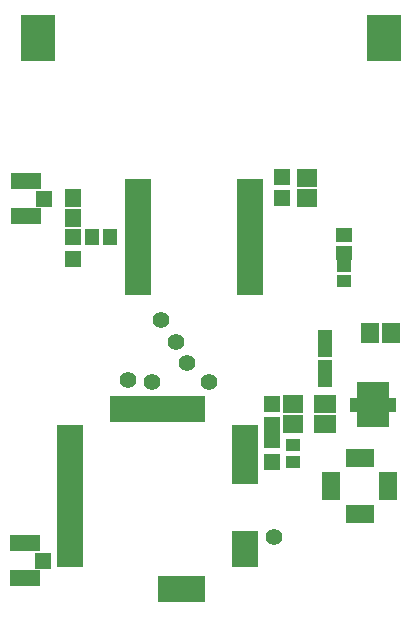
<source format=gtp>
G04*
G04 #@! TF.GenerationSoftware,Altium Limited,Altium Designer,20.2.7 (254)*
G04*
G04 Layer_Color=8421504*
%FSLAX44Y44*%
%MOMM*%
G71*
G04*
G04 #@! TF.SameCoordinates,2281EFF5-857D-4E86-B53A-B943DB852D4A*
G04*
G04*
G04 #@! TF.FilePolarity,Positive*
G04*
G01*
G75*
%ADD14R,1.4000X1.2000*%
%ADD15R,1.2000X1.4000*%
%ADD16R,1.5000X2.4000*%
%ADD17R,2.4000X1.5000*%
%ADD18R,0.6400X1.0000*%
%ADD19R,2.8000X2.0500*%
%ADD20R,1.0000X0.6500*%
%ADD21R,2.2000X1.1000*%
%ADD22R,2.2000X1.2000*%
%ADD23C,1.4000*%
%ADD24R,1.2000X1.0000*%
%ADD25R,1.4500X1.4000*%
%ADD26R,2.6000X1.4500*%
%ADD27R,1.1000X2.2000*%
%ADD28R,1.4500X1.4000*%
%ADD29R,1.3000X1.1000*%
%ADD30R,1.8000X1.6000*%
%ADD31R,3.0000X3.9600*%
%ADD32R,1.4800X1.6200*%
%ADD33R,1.6000X1.8000*%
%ADD34R,1.8500X1.6500*%
%ADD35R,1.2500X1.2500*%
D14*
X2183856Y1474958D02*
D03*
Y1459958D02*
D03*
D15*
X1970398Y1472946D02*
D03*
X1985398D02*
D03*
D16*
X2221124Y1262534D02*
D03*
X2173124D02*
D03*
D17*
X2197124Y1238534D02*
D03*
Y1286534D02*
D03*
D18*
X2198584Y1317144D02*
D03*
X2203584D02*
D03*
X2208584D02*
D03*
X2213584D02*
D03*
X2218584D02*
D03*
Y1345144D02*
D03*
X2213584D02*
D03*
X2208584D02*
D03*
X2203584D02*
D03*
X2198584D02*
D03*
D19*
X2208584Y1331144D02*
D03*
D20*
X2194084Y1333644D02*
D03*
Y1328644D02*
D03*
X2223084Y1333644D02*
D03*
Y1328644D02*
D03*
D21*
X2104356Y1428958D02*
D03*
Y1516958D02*
D03*
X2009356D02*
D03*
Y1428958D02*
D03*
X1952216Y1199058D02*
D03*
Y1209058D02*
D03*
Y1219058D02*
D03*
Y1229058D02*
D03*
Y1239058D02*
D03*
Y1249058D02*
D03*
Y1259058D02*
D03*
Y1269058D02*
D03*
Y1279058D02*
D03*
Y1289058D02*
D03*
Y1299058D02*
D03*
Y1309058D02*
D03*
X2100216Y1199058D02*
D03*
Y1209058D02*
D03*
Y1219058D02*
D03*
Y1269058D02*
D03*
Y1279058D02*
D03*
Y1289058D02*
D03*
Y1299058D02*
D03*
Y1309058D02*
D03*
D22*
X2104356Y1439958D02*
D03*
Y1450958D02*
D03*
Y1461958D02*
D03*
Y1472958D02*
D03*
Y1483958D02*
D03*
Y1494958D02*
D03*
Y1505958D02*
D03*
X2009356D02*
D03*
Y1494958D02*
D03*
Y1483958D02*
D03*
Y1472958D02*
D03*
Y1461958D02*
D03*
Y1450958D02*
D03*
Y1439958D02*
D03*
D23*
X2028856Y1403458D02*
D03*
X2051304Y1366266D02*
D03*
X2069846Y1350772D02*
D03*
X2001266Y1352550D02*
D03*
X2021078Y1350772D02*
D03*
X2041856Y1384458D02*
D03*
X2124650Y1218946D02*
D03*
D24*
X2183856Y1448958D02*
D03*
Y1435958D02*
D03*
D25*
X1929135Y1199134D02*
D03*
X1930151Y1505738D02*
D03*
D26*
X1913885Y1184384D02*
D03*
Y1213884D02*
D03*
X1914901Y1490988D02*
D03*
Y1520488D02*
D03*
D27*
X2031216Y1175058D02*
D03*
X2041216D02*
D03*
X2051216D02*
D03*
X2061216D02*
D03*
Y1328058D02*
D03*
X2051216D02*
D03*
X2041216D02*
D03*
X2031216D02*
D03*
X2021216D02*
D03*
X2011216D02*
D03*
X2001216D02*
D03*
X1991216D02*
D03*
D28*
X2123126Y1283088D02*
D03*
Y1301088D02*
D03*
X2122856Y1314338D02*
D03*
Y1332338D02*
D03*
X2131060Y1505966D02*
D03*
Y1523966D02*
D03*
X1954276Y1472946D02*
D03*
Y1454946D02*
D03*
D29*
X2140966Y1296954D02*
D03*
Y1282954D02*
D03*
D30*
X2140906Y1315348D02*
D03*
Y1332348D02*
D03*
X2152904Y1522966D02*
D03*
Y1505966D02*
D03*
D31*
X1924356Y1641958D02*
D03*
X2217356D02*
D03*
D32*
X1954356Y1506518D02*
D03*
Y1489718D02*
D03*
D33*
X2206246Y1392458D02*
D03*
X2223246D02*
D03*
D34*
X2167784Y1314994D02*
D03*
Y1331994D02*
D03*
D35*
X2167434Y1377684D02*
D03*
Y1388684D02*
D03*
Y1352284D02*
D03*
Y1363284D02*
D03*
M02*

</source>
